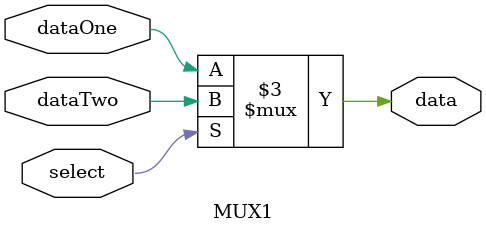
<source format=v>
module MUX1(
			select,
			dataOne,
			dataTwo,
			data,
);
input 	wire dataOne;
input 	wire dataTwo;
output 	reg  data;
input    wire select;

always@(*)
	if(select)
		data = dataTwo;
	else
		data = dataOne;
endmodule

</source>
